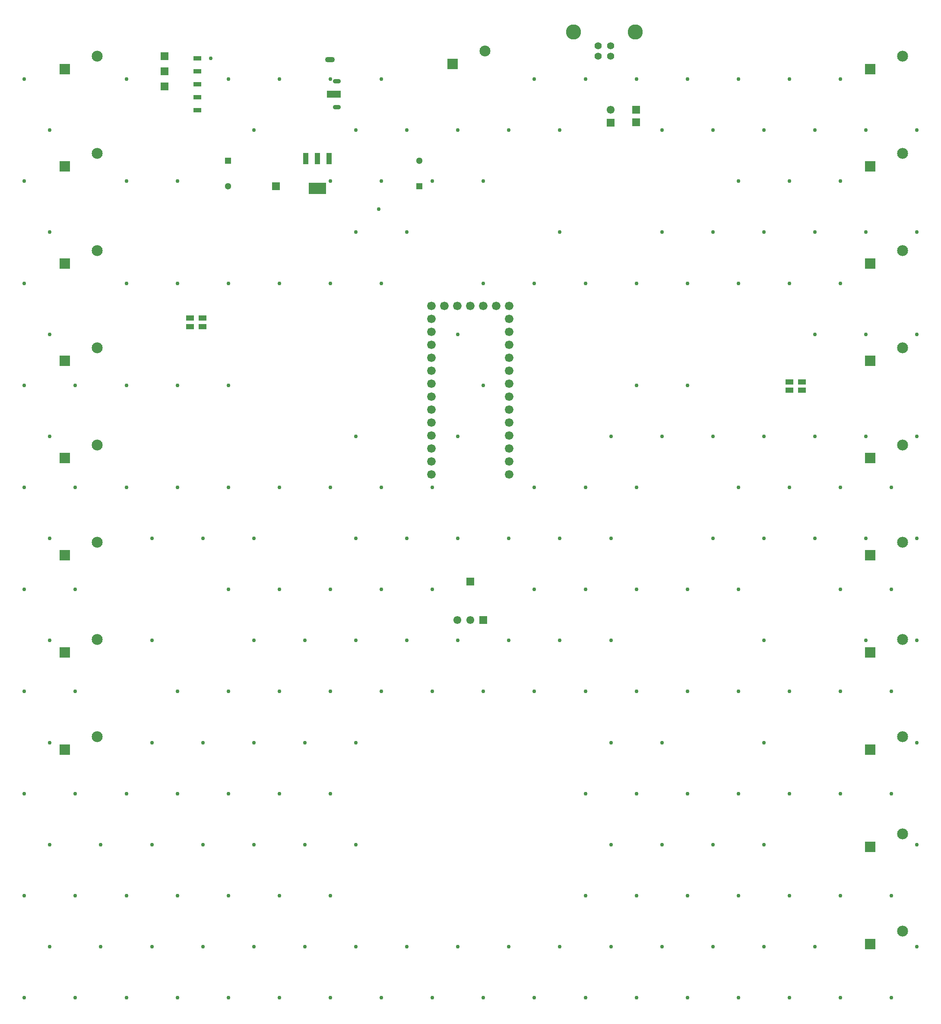
<source format=gbs>
G04*
G04 #@! TF.GenerationSoftware,Altium Limited,Altium Designer,22.10.1 (41)*
G04*
G04 Layer_Color=16711935*
%FSLAX25Y25*%
%MOIN*%
G70*
G04*
G04 #@! TF.SameCoordinates,44C76E85-51F2-408D-B631-529058D5D606*
G04*
G04*
G04 #@! TF.FilePolarity,Negative*
G04*
G01*
G75*
%ADD13C,0.05118*%
%ADD14R,0.05118X0.05118*%
%ADD15C,0.06102*%
%ADD16R,0.06102X0.06102*%
%ADD17R,0.06102X0.06102*%
%ADD18C,0.06102*%
%ADD19C,0.11691*%
%ADD20C,0.05600*%
%ADD21C,0.06614*%
%ADD22R,0.08465X0.08465*%
%ADD23C,0.08465*%
%ADD24C,0.02953*%
%ADD42R,0.04134X0.09055*%
%ADD43R,0.13386X0.09055*%
%ADD44R,0.06496X0.06496*%
%ADD45R,0.06191X0.03391*%
G04:AMPARAMS|DCode=46|XSize=75.91mil|YSize=41.91mil|CornerRadius=20.95mil|HoleSize=0mil|Usage=FLASHONLY|Rotation=0.000|XOffset=0mil|YOffset=0mil|HoleType=Round|Shape=RoundedRectangle|*
%AMROUNDEDRECTD46*
21,1,0.07591,0.00000,0,0,0.0*
21,1,0.03400,0.04191,0,0,0.0*
1,1,0.04191,0.01700,0.00000*
1,1,0.04191,-0.01700,0.00000*
1,1,0.04191,-0.01700,0.00000*
1,1,0.04191,0.01700,0.00000*
%
%ADD46ROUNDEDRECTD46*%
G04:AMPARAMS|DCode=47|XSize=61.91mil|YSize=33.91mil|CornerRadius=16.95mil|HoleSize=0mil|Usage=FLASHONLY|Rotation=0.000|XOffset=0mil|YOffset=0mil|HoleType=Round|Shape=RoundedRectangle|*
%AMROUNDEDRECTD47*
21,1,0.06191,0.00000,0,0,0.0*
21,1,0.02800,0.03391,0,0,0.0*
1,1,0.03391,0.01400,0.00000*
1,1,0.03391,-0.01400,0.00000*
1,1,0.03391,-0.01400,0.00000*
1,1,0.03391,0.01400,0.00000*
%
%ADD47ROUNDEDRECTD47*%
%ADD48R,0.10591X0.05591*%
%ADD49R,0.05906X0.03937*%
D13*
X-187008Y482283D02*
D03*
X-39370Y501968D02*
D03*
D14*
X-187008D02*
D03*
X-39370Y482283D02*
D03*
D15*
X-10000Y147638D02*
D03*
X0D02*
D03*
D16*
X10000D02*
D03*
D17*
X108268Y531339D02*
D03*
D18*
Y541339D02*
D03*
D19*
X127047Y601221D02*
D03*
X79646D02*
D03*
D20*
X98425Y590551D02*
D03*
X108268D02*
D03*
X98425Y582677D02*
D03*
X108268D02*
D03*
D21*
X-30000Y359803D02*
D03*
Y389803D02*
D03*
Y379803D02*
D03*
Y369803D02*
D03*
Y349803D02*
D03*
Y339803D02*
D03*
Y329803D02*
D03*
Y319803D02*
D03*
Y309803D02*
D03*
Y299803D02*
D03*
Y289803D02*
D03*
Y279803D02*
D03*
Y269803D02*
D03*
Y259803D02*
D03*
X30000Y389803D02*
D03*
Y379803D02*
D03*
Y369803D02*
D03*
Y359803D02*
D03*
Y349803D02*
D03*
Y339803D02*
D03*
Y329803D02*
D03*
Y319803D02*
D03*
Y309803D02*
D03*
Y299803D02*
D03*
Y289803D02*
D03*
Y279803D02*
D03*
Y269803D02*
D03*
Y259803D02*
D03*
X-20000Y389803D02*
D03*
X-10000D02*
D03*
X0D02*
D03*
X10000D02*
D03*
X20000D02*
D03*
D22*
X-13924Y576459D02*
D03*
X308698Y-102479D02*
D03*
Y-27479D02*
D03*
Y47521D02*
D03*
Y122521D02*
D03*
Y197521D02*
D03*
Y272521D02*
D03*
Y347521D02*
D03*
Y422521D02*
D03*
Y497521D02*
D03*
Y572521D02*
D03*
X-313139Y47521D02*
D03*
Y122521D02*
D03*
Y197521D02*
D03*
Y272521D02*
D03*
Y347521D02*
D03*
Y422521D02*
D03*
Y497521D02*
D03*
Y572521D02*
D03*
D23*
X11076Y586459D02*
D03*
X333698Y-92479D02*
D03*
Y-17479D02*
D03*
Y57521D02*
D03*
Y132521D02*
D03*
Y207521D02*
D03*
Y282521D02*
D03*
Y357521D02*
D03*
Y432521D02*
D03*
Y507521D02*
D03*
Y582521D02*
D03*
X-288139Y57521D02*
D03*
Y132521D02*
D03*
Y207521D02*
D03*
Y282521D02*
D03*
Y357521D02*
D03*
Y432521D02*
D03*
Y507521D02*
D03*
Y582521D02*
D03*
D24*
X344626Y525447D02*
D03*
Y446707D02*
D03*
Y367967D02*
D03*
Y289227D02*
D03*
X324941Y249857D02*
D03*
X344626Y210487D02*
D03*
X324941Y171117D02*
D03*
X344626Y131746D02*
D03*
X324941Y92377D02*
D03*
X344626Y53006D02*
D03*
X324941Y13636D02*
D03*
X344626Y-25734D02*
D03*
X324941Y-65104D02*
D03*
X344626Y-104474D02*
D03*
X324941Y-143844D02*
D03*
X285571Y564817D02*
D03*
X305256Y525447D02*
D03*
X285571Y486077D02*
D03*
X305256Y446707D02*
D03*
X285571Y407337D02*
D03*
X305256Y367967D02*
D03*
Y289227D02*
D03*
X285571Y249857D02*
D03*
X305256Y210487D02*
D03*
X285571Y171117D02*
D03*
X305256Y131746D02*
D03*
X285571Y92377D02*
D03*
Y13636D02*
D03*
Y-65104D02*
D03*
Y-143844D02*
D03*
X246201Y564817D02*
D03*
X265886Y525447D02*
D03*
X246201Y486077D02*
D03*
X265886Y446707D02*
D03*
X246201Y407337D02*
D03*
X265886Y367967D02*
D03*
Y289227D02*
D03*
X246201Y249857D02*
D03*
X265886Y210487D02*
D03*
X246201Y92377D02*
D03*
Y13636D02*
D03*
Y-65104D02*
D03*
X265886Y-104474D02*
D03*
X246201Y-143844D02*
D03*
X206831Y564817D02*
D03*
X226516Y525447D02*
D03*
X206831Y486077D02*
D03*
X226516Y446707D02*
D03*
X206831Y407337D02*
D03*
X226516Y289227D02*
D03*
X206831Y249857D02*
D03*
X226516Y210487D02*
D03*
X206831Y171117D02*
D03*
X226516Y131746D02*
D03*
X206831Y92377D02*
D03*
X226516Y53006D02*
D03*
X206831Y13636D02*
D03*
X226516Y-25734D02*
D03*
X206831Y-65104D02*
D03*
X226516Y-104474D02*
D03*
X206831Y-143844D02*
D03*
X167461Y564817D02*
D03*
X187146Y525447D02*
D03*
Y446707D02*
D03*
X167461Y407337D02*
D03*
Y328597D02*
D03*
X187146Y289227D02*
D03*
Y210487D02*
D03*
X167461Y171117D02*
D03*
Y92377D02*
D03*
Y13636D02*
D03*
X187146Y-25734D02*
D03*
X167461Y-65104D02*
D03*
X187146Y-104474D02*
D03*
X167461Y-143844D02*
D03*
X128091Y564817D02*
D03*
X147776Y525447D02*
D03*
Y446707D02*
D03*
X128091Y407337D02*
D03*
Y328597D02*
D03*
X147776Y289227D02*
D03*
X128091Y249857D02*
D03*
Y171117D02*
D03*
Y92377D02*
D03*
X147776Y53006D02*
D03*
X128091Y13636D02*
D03*
X147776Y-25734D02*
D03*
X128091Y-65104D02*
D03*
X147776Y-104474D02*
D03*
X128091Y-143844D02*
D03*
X88721Y564817D02*
D03*
Y407337D02*
D03*
X108406Y289227D02*
D03*
X88721Y249857D02*
D03*
X108406Y210487D02*
D03*
X88721Y171117D02*
D03*
X108406Y131746D02*
D03*
X88721Y92377D02*
D03*
X108406Y53006D02*
D03*
X88721Y13636D02*
D03*
X108406Y-25734D02*
D03*
X88721Y-65104D02*
D03*
X108406Y-104474D02*
D03*
X88721Y-143844D02*
D03*
X49351Y564817D02*
D03*
X69036Y525447D02*
D03*
Y446707D02*
D03*
X49351Y407337D02*
D03*
Y249857D02*
D03*
X69036Y210487D02*
D03*
X49351Y171117D02*
D03*
X69036Y131746D02*
D03*
X49351Y92377D02*
D03*
X69036Y-104474D02*
D03*
X49351Y-143844D02*
D03*
X29666Y525447D02*
D03*
X9981Y486077D02*
D03*
Y407337D02*
D03*
Y328597D02*
D03*
X29666Y210487D02*
D03*
Y131746D02*
D03*
X9981Y92377D02*
D03*
X29666Y-104474D02*
D03*
X9981Y-143844D02*
D03*
X-9704Y525447D02*
D03*
X-29389Y486077D02*
D03*
X-9704Y367967D02*
D03*
Y289227D02*
D03*
X-29389Y249857D02*
D03*
X-9704Y210487D02*
D03*
X-29389Y171117D02*
D03*
X-9704Y131746D02*
D03*
X-29389Y92377D02*
D03*
X-9704Y-104474D02*
D03*
X-29389Y-143844D02*
D03*
X-68759Y564817D02*
D03*
X-49074Y525447D02*
D03*
X-68759Y486077D02*
D03*
X-49074Y446707D02*
D03*
X-68759Y407337D02*
D03*
Y249857D02*
D03*
X-49074Y210487D02*
D03*
X-68759Y171117D02*
D03*
X-49074Y131746D02*
D03*
X-68759Y92377D02*
D03*
X-49074Y-104474D02*
D03*
X-68759Y-143844D02*
D03*
X-108129Y564817D02*
D03*
X-88444Y525447D02*
D03*
X-108129Y486077D02*
D03*
X-88444Y446707D02*
D03*
X-108129Y407337D02*
D03*
X-88444Y289227D02*
D03*
X-108129Y249857D02*
D03*
X-88444Y210487D02*
D03*
X-108129Y171117D02*
D03*
X-88444Y131746D02*
D03*
X-108129Y92377D02*
D03*
X-88444Y53006D02*
D03*
X-108129Y13636D02*
D03*
X-88444Y-25734D02*
D03*
X-108129Y-65104D02*
D03*
X-88444Y-104474D02*
D03*
X-108129Y-143844D02*
D03*
X-147500Y564817D02*
D03*
Y407337D02*
D03*
Y249857D02*
D03*
Y171117D02*
D03*
X-127814Y131746D02*
D03*
X-147500Y92377D02*
D03*
X-127814Y53006D02*
D03*
X-147500Y13636D02*
D03*
X-127814Y-25734D02*
D03*
X-147500Y-65104D02*
D03*
X-127814Y-104474D02*
D03*
X-147500Y-143844D02*
D03*
X-186870Y564817D02*
D03*
X-167184Y525447D02*
D03*
X-186870Y407337D02*
D03*
Y328597D02*
D03*
Y249857D02*
D03*
X-167184Y210487D02*
D03*
X-186870Y171117D02*
D03*
X-167184Y131746D02*
D03*
X-186870Y92377D02*
D03*
X-167184Y53006D02*
D03*
X-186870Y13636D02*
D03*
X-167184Y-25734D02*
D03*
X-186870Y-65104D02*
D03*
X-167184Y-104474D02*
D03*
X-186870Y-143844D02*
D03*
X-226240Y486077D02*
D03*
Y407337D02*
D03*
Y328597D02*
D03*
Y249857D02*
D03*
X-206555Y210487D02*
D03*
X-226240Y92377D02*
D03*
X-206555Y53006D02*
D03*
X-226240Y13636D02*
D03*
X-206555Y-25734D02*
D03*
X-226240Y-65104D02*
D03*
X-206555Y-104474D02*
D03*
X-226240Y-143844D02*
D03*
X-265610Y564817D02*
D03*
Y486077D02*
D03*
Y407337D02*
D03*
Y328597D02*
D03*
Y249857D02*
D03*
X-245925Y210487D02*
D03*
Y131746D02*
D03*
Y53006D02*
D03*
X-265610Y13636D02*
D03*
X-245925Y-25734D02*
D03*
X-265610Y-65104D02*
D03*
X-245925Y-104474D02*
D03*
X-265610Y-143844D02*
D03*
X-304980Y328597D02*
D03*
Y249857D02*
D03*
Y171117D02*
D03*
Y92377D02*
D03*
Y13636D02*
D03*
X-285295Y-25734D02*
D03*
X-304980Y-65104D02*
D03*
X-285295Y-104474D02*
D03*
X-304980Y-143844D02*
D03*
X-344350Y564817D02*
D03*
X-324665Y525447D02*
D03*
X-344350Y486077D02*
D03*
X-324665Y446707D02*
D03*
X-344350Y407337D02*
D03*
X-324665Y367967D02*
D03*
X-344350Y328597D02*
D03*
X-324665Y289227D02*
D03*
X-344350Y249857D02*
D03*
X-324665Y210487D02*
D03*
X-344350Y171117D02*
D03*
X-324665Y131746D02*
D03*
X-344350Y92377D02*
D03*
X-324665Y53006D02*
D03*
X-344350Y13636D02*
D03*
X-324665Y-25734D02*
D03*
X-344350Y-65104D02*
D03*
X-324665Y-104474D02*
D03*
X-344350Y-143844D02*
D03*
X-200571Y580873D02*
D03*
X-70866Y464567D02*
D03*
D42*
X-127126Y503642D02*
D03*
X-118110D02*
D03*
X-109095D02*
D03*
D43*
X-118110Y480610D02*
D03*
D44*
X127953Y531496D02*
D03*
Y541339D02*
D03*
X0Y177165D02*
D03*
X-236221Y559055D02*
D03*
Y570866D02*
D03*
Y582677D02*
D03*
X-150009Y482223D02*
D03*
D45*
X-210866Y540866D02*
D03*
Y550866D02*
D03*
Y560866D02*
D03*
Y570866D02*
D03*
Y580866D02*
D03*
D46*
X-108307Y579882D02*
D03*
D47*
X-102992Y543189D02*
D03*
Y563189D02*
D03*
D48*
X-105512Y553189D02*
D03*
D49*
X-216535Y374016D02*
D03*
Y380512D02*
D03*
X-206693D02*
D03*
Y374016D02*
D03*
X246063Y324803D02*
D03*
Y331299D02*
D03*
X255906D02*
D03*
Y324803D02*
D03*
M02*

</source>
